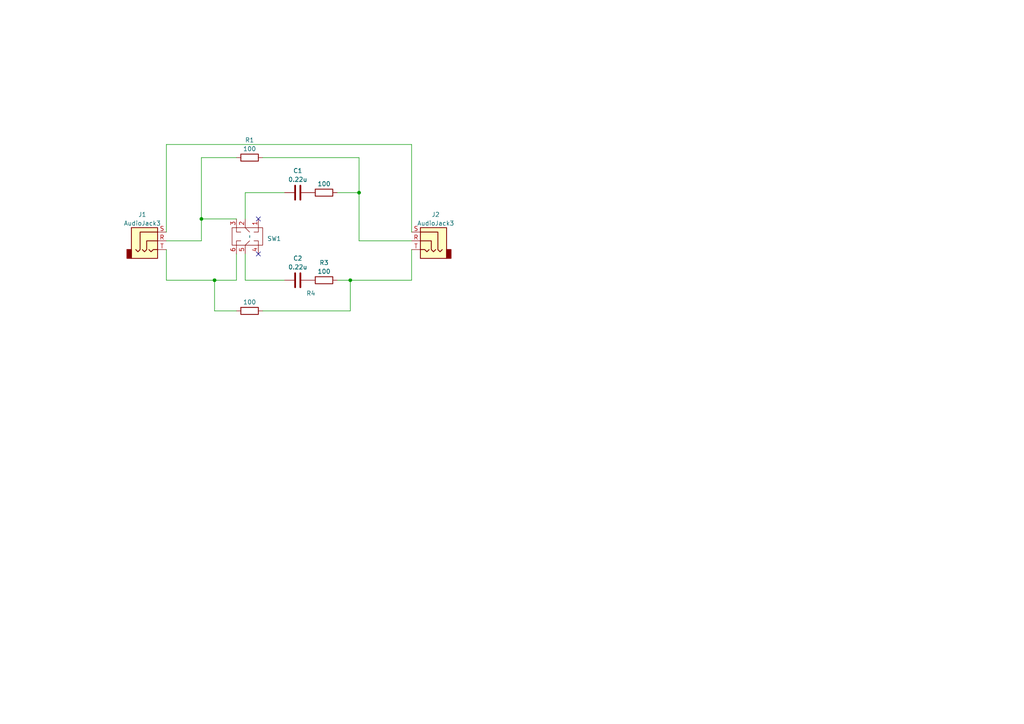
<source format=kicad_sch>
(kicad_sch (version 20230121) (generator eeschema)

  (uuid 158a1466-f2d9-4f54-a98f-fa22485fc04b)

  (paper "A4")

  (lib_symbols
    (symbol "Connector_Audio:AudioJack3" (in_bom yes) (on_board yes)
      (property "Reference" "J" (at 0 8.89 0)
        (effects (font (size 1.27 1.27)))
      )
      (property "Value" "AudioJack3" (at 0 6.35 0)
        (effects (font (size 1.27 1.27)))
      )
      (property "Footprint" "" (at 0 0 0)
        (effects (font (size 1.27 1.27)) hide)
      )
      (property "Datasheet" "~" (at 0 0 0)
        (effects (font (size 1.27 1.27)) hide)
      )
      (property "ki_keywords" "audio jack receptacle stereo headphones phones TRS connector" (at 0 0 0)
        (effects (font (size 1.27 1.27)) hide)
      )
      (property "ki_description" "Audio Jack, 3 Poles (Stereo / TRS)" (at 0 0 0)
        (effects (font (size 1.27 1.27)) hide)
      )
      (property "ki_fp_filters" "Jack*" (at 0 0 0)
        (effects (font (size 1.27 1.27)) hide)
      )
      (symbol "AudioJack3_0_1"
        (rectangle (start -5.08 -5.08) (end -6.35 -2.54)
          (stroke (width 0.254) (type default))
          (fill (type outline))
        )
        (polyline
          (pts
            (xy 0 -2.54)
            (xy 0.635 -3.175)
            (xy 1.27 -2.54)
            (xy 2.54 -2.54)
          )
          (stroke (width 0.254) (type default))
          (fill (type none))
        )
        (polyline
          (pts
            (xy -1.905 -2.54)
            (xy -1.27 -3.175)
            (xy -0.635 -2.54)
            (xy -0.635 0)
            (xy 2.54 0)
          )
          (stroke (width 0.254) (type default))
          (fill (type none))
        )
        (polyline
          (pts
            (xy 2.54 2.54)
            (xy -2.54 2.54)
            (xy -2.54 -2.54)
            (xy -3.175 -3.175)
            (xy -3.81 -2.54)
          )
          (stroke (width 0.254) (type default))
          (fill (type none))
        )
        (rectangle (start 2.54 3.81) (end -5.08 -5.08)
          (stroke (width 0.254) (type default))
          (fill (type background))
        )
      )
      (symbol "AudioJack3_1_1"
        (pin passive line (at 5.08 0 180) (length 2.54)
          (name "~" (effects (font (size 1.27 1.27))))
          (number "R" (effects (font (size 1.27 1.27))))
        )
        (pin passive line (at 5.08 2.54 180) (length 2.54)
          (name "~" (effects (font (size 1.27 1.27))))
          (number "S" (effects (font (size 1.27 1.27))))
        )
        (pin passive line (at 5.08 -2.54 180) (length 2.54)
          (name "~" (effects (font (size 1.27 1.27))))
          (number "T" (effects (font (size 1.27 1.27))))
        )
      )
    )
    (symbol "Device:C" (pin_numbers hide) (pin_names (offset 0.254)) (in_bom yes) (on_board yes)
      (property "Reference" "C" (at 0.635 2.54 0)
        (effects (font (size 1.27 1.27)) (justify left))
      )
      (property "Value" "C" (at 0.635 -2.54 0)
        (effects (font (size 1.27 1.27)) (justify left))
      )
      (property "Footprint" "" (at 0.9652 -3.81 0)
        (effects (font (size 1.27 1.27)) hide)
      )
      (property "Datasheet" "~" (at 0 0 0)
        (effects (font (size 1.27 1.27)) hide)
      )
      (property "ki_keywords" "cap capacitor" (at 0 0 0)
        (effects (font (size 1.27 1.27)) hide)
      )
      (property "ki_description" "Unpolarized capacitor" (at 0 0 0)
        (effects (font (size 1.27 1.27)) hide)
      )
      (property "ki_fp_filters" "C_*" (at 0 0 0)
        (effects (font (size 1.27 1.27)) hide)
      )
      (symbol "C_0_1"
        (polyline
          (pts
            (xy -2.032 -0.762)
            (xy 2.032 -0.762)
          )
          (stroke (width 0.508) (type default))
          (fill (type none))
        )
        (polyline
          (pts
            (xy -2.032 0.762)
            (xy 2.032 0.762)
          )
          (stroke (width 0.508) (type default))
          (fill (type none))
        )
      )
      (symbol "C_1_1"
        (pin passive line (at 0 3.81 270) (length 2.794)
          (name "~" (effects (font (size 1.27 1.27))))
          (number "1" (effects (font (size 1.27 1.27))))
        )
        (pin passive line (at 0 -3.81 90) (length 2.794)
          (name "~" (effects (font (size 1.27 1.27))))
          (number "2" (effects (font (size 1.27 1.27))))
        )
      )
    )
    (symbol "Device:R" (pin_numbers hide) (pin_names (offset 0)) (in_bom yes) (on_board yes)
      (property "Reference" "R" (at 2.032 0 90)
        (effects (font (size 1.27 1.27)))
      )
      (property "Value" "R" (at 0 0 90)
        (effects (font (size 1.27 1.27)))
      )
      (property "Footprint" "" (at -1.778 0 90)
        (effects (font (size 1.27 1.27)) hide)
      )
      (property "Datasheet" "~" (at 0 0 0)
        (effects (font (size 1.27 1.27)) hide)
      )
      (property "ki_keywords" "R res resistor" (at 0 0 0)
        (effects (font (size 1.27 1.27)) hide)
      )
      (property "ki_description" "Resistor" (at 0 0 0)
        (effects (font (size 1.27 1.27)) hide)
      )
      (property "ki_fp_filters" "R_*" (at 0 0 0)
        (effects (font (size 1.27 1.27)) hide)
      )
      (symbol "R_0_1"
        (rectangle (start -1.016 -2.54) (end 1.016 2.54)
          (stroke (width 0.254) (type default))
          (fill (type none))
        )
      )
      (symbol "R_1_1"
        (pin passive line (at 0 3.81 270) (length 1.27)
          (name "~" (effects (font (size 1.27 1.27))))
          (number "1" (effects (font (size 1.27 1.27))))
        )
        (pin passive line (at 0 -3.81 90) (length 1.27)
          (name "~" (effects (font (size 1.27 1.27))))
          (number "2" (effects (font (size 1.27 1.27))))
        )
      )
    )
    (symbol "maylib:CMSD2202TB" (in_bom yes) (on_board yes)
      (property "Reference" "SW" (at 0 6.35 0)
        (effects (font (size 1.27 1.27)))
      )
      (property "Value" "" (at 0 0 0)
        (effects (font (size 1.27 1.27)))
      )
      (property "Footprint" "" (at 0 0 0)
        (effects (font (size 1.27 1.27)) hide)
      )
      (property "Datasheet" "" (at 0 0 0)
        (effects (font (size 1.27 1.27)) hide)
      )
      (symbol "CMSD2202TB_0_1"
        (rectangle (start -2.54 3.81) (end 2.54 -5.08)
          (stroke (width 0) (type default))
          (fill (type none))
        )
        (polyline
          (pts
            (xy -2.54 -1.27)
            (xy -1.27 0)
          )
          (stroke (width 0) (type default))
          (fill (type none))
        )
        (polyline
          (pts
            (xy 2.54 -1.27)
            (xy 1.27 0)
          )
          (stroke (width 0) (type default))
          (fill (type none))
        )
        (polyline
          (pts
            (xy -2.54 -3.81)
            (xy -1.27 -3.81)
            (xy -1.27 -2.54)
          )
          (stroke (width 0) (type default))
          (fill (type none))
        )
        (polyline
          (pts
            (xy -2.54 2.54)
            (xy -1.27 2.54)
            (xy -1.27 1.27)
          )
          (stroke (width 0) (type default))
          (fill (type none))
        )
        (polyline
          (pts
            (xy 2.54 -3.81)
            (xy 1.27 -3.81)
            (xy 1.27 -2.54)
          )
          (stroke (width 0) (type default))
          (fill (type none))
        )
        (polyline
          (pts
            (xy 2.54 2.54)
            (xy 1.27 2.54)
            (xy 1.27 1.27)
          )
          (stroke (width 0) (type default))
          (fill (type none))
        )
      )
      (symbol "CMSD2202TB_1_1"
        (pin input line (at -5.08 2.54 0) (length 2.54)
          (name "" (effects (font (size 1.27 1.27))))
          (number "1" (effects (font (size 1.27 1.27))))
        )
        (pin input line (at -5.08 -1.27 0) (length 2.54)
          (name "" (effects (font (size 1.27 1.27))))
          (number "2" (effects (font (size 1.27 1.27))))
        )
        (pin input line (at -5.08 -3.81 0) (length 2.54)
          (name "" (effects (font (size 1.27 1.27))))
          (number "3" (effects (font (size 1.27 1.27))))
        )
        (pin input line (at 5.08 2.54 180) (length 2.54)
          (name "" (effects (font (size 1.27 1.27))))
          (number "4" (effects (font (size 1.27 1.27))))
        )
        (pin input line (at 5.08 -1.27 180) (length 2.54)
          (name "" (effects (font (size 1.27 1.27))))
          (number "5" (effects (font (size 1.27 1.27))))
        )
        (pin input line (at 5.08 -3.81 180) (length 2.54)
          (name "" (effects (font (size 1.27 1.27))))
          (number "6" (effects (font (size 1.27 1.27))))
        )
      )
    )
  )

  (junction (at 62.23 81.28) (diameter 0) (color 0 0 0 0)
    (uuid 2600767f-1966-4581-9046-c985e9a821af)
  )
  (junction (at 58.42 63.5) (diameter 0) (color 0 0 0 0)
    (uuid 7dc3fcd3-ccfd-45b2-8a24-f33c495ff388)
  )
  (junction (at 101.6 81.28) (diameter 0) (color 0 0 0 0)
    (uuid 90d9144c-c862-481d-a501-977eeb0a24fb)
  )
  (junction (at 104.14 55.88) (diameter 0) (color 0 0 0 0)
    (uuid 999ac18a-52dc-4292-857e-0632c963a788)
  )

  (no_connect (at 74.93 73.66) (uuid 6c773e17-56e2-4527-90c6-267799eae2c9))
  (no_connect (at 74.93 63.5) (uuid 86f7ce24-c8f6-4c0c-9232-c1045bbf2e72))

  (wire (pts (xy 48.26 69.85) (xy 58.42 69.85))
    (stroke (width 0) (type default))
    (uuid 0dfe29ae-7da9-4448-8692-4ffc56604676)
  )
  (wire (pts (xy 48.26 67.31) (xy 48.26 41.91))
    (stroke (width 0) (type default))
    (uuid 1a8dc917-6739-4529-9f91-1970e792c16f)
  )
  (wire (pts (xy 104.14 45.72) (xy 104.14 55.88))
    (stroke (width 0) (type default))
    (uuid 231c8ba1-8e9f-47c0-9aa0-42f65eed5f48)
  )
  (wire (pts (xy 58.42 63.5) (xy 58.42 69.85))
    (stroke (width 0) (type default))
    (uuid 23888e54-6590-4650-9de8-524ac4978256)
  )
  (wire (pts (xy 71.12 55.88) (xy 71.12 63.5))
    (stroke (width 0) (type default))
    (uuid 301465d6-2956-480d-98ba-9c29080aa778)
  )
  (wire (pts (xy 82.55 55.88) (xy 71.12 55.88))
    (stroke (width 0) (type default))
    (uuid 32093484-4bef-4b55-a68a-0df650469c11)
  )
  (wire (pts (xy 101.6 81.28) (xy 101.6 90.17))
    (stroke (width 0) (type default))
    (uuid 32f8abc5-b84b-4c95-943b-7de602bbf22b)
  )
  (wire (pts (xy 97.79 55.88) (xy 104.14 55.88))
    (stroke (width 0) (type default))
    (uuid 34138236-8138-43dd-9425-97dd7352f8f7)
  )
  (wire (pts (xy 58.42 45.72) (xy 58.42 63.5))
    (stroke (width 0) (type default))
    (uuid 4860e64b-5573-4f0a-bfe6-5245a72b6c3f)
  )
  (wire (pts (xy 48.26 72.39) (xy 48.26 81.28))
    (stroke (width 0) (type default))
    (uuid 4a3714a8-f7c0-4ba2-a322-675b7dfbe146)
  )
  (wire (pts (xy 68.58 90.17) (xy 62.23 90.17))
    (stroke (width 0) (type default))
    (uuid 515fc92e-b33f-4257-aa62-88cbde672312)
  )
  (wire (pts (xy 101.6 81.28) (xy 119.38 81.28))
    (stroke (width 0) (type default))
    (uuid 57ec4502-7549-4639-9a34-f1d0c9065534)
  )
  (wire (pts (xy 68.58 63.5) (xy 58.42 63.5))
    (stroke (width 0) (type default))
    (uuid 5e9a3cc4-80eb-4f8e-9090-a792d95a4924)
  )
  (wire (pts (xy 119.38 41.91) (xy 119.38 67.31))
    (stroke (width 0) (type default))
    (uuid 608fabad-aea2-41af-8d66-30eed6137f6e)
  )
  (wire (pts (xy 62.23 90.17) (xy 62.23 81.28))
    (stroke (width 0) (type default))
    (uuid 670eb524-e47a-483b-9619-45327ef339a1)
  )
  (wire (pts (xy 76.2 90.17) (xy 101.6 90.17))
    (stroke (width 0) (type default))
    (uuid 81c3b840-7906-4708-bc35-d35571bb2f63)
  )
  (wire (pts (xy 104.14 69.85) (xy 119.38 69.85))
    (stroke (width 0) (type default))
    (uuid 943f571a-fa47-4386-b79c-89454b58b049)
  )
  (wire (pts (xy 71.12 73.66) (xy 71.12 81.28))
    (stroke (width 0) (type default))
    (uuid 9bb6d284-3421-4844-8585-c6f9618547d7)
  )
  (wire (pts (xy 97.79 81.28) (xy 101.6 81.28))
    (stroke (width 0) (type default))
    (uuid 9e5238c6-cde3-4d0c-a0f8-9576d12eb107)
  )
  (wire (pts (xy 68.58 81.28) (xy 62.23 81.28))
    (stroke (width 0) (type default))
    (uuid 9ffdead9-b20d-473a-9380-3a0e2be7226a)
  )
  (wire (pts (xy 76.2 45.72) (xy 104.14 45.72))
    (stroke (width 0) (type default))
    (uuid b3fcea21-0085-4406-9ec3-ba9e08ffc86b)
  )
  (wire (pts (xy 48.26 41.91) (xy 119.38 41.91))
    (stroke (width 0) (type default))
    (uuid ba6eeb18-49fa-4fa1-bdb4-1e1abfa0221c)
  )
  (wire (pts (xy 68.58 73.66) (xy 68.58 81.28))
    (stroke (width 0) (type default))
    (uuid dd40d765-73df-4c20-b78b-14775b6b5991)
  )
  (wire (pts (xy 48.26 81.28) (xy 62.23 81.28))
    (stroke (width 0) (type default))
    (uuid e4165f33-6b87-47ea-b5e6-d1df964cfa00)
  )
  (wire (pts (xy 71.12 81.28) (xy 82.55 81.28))
    (stroke (width 0) (type default))
    (uuid e5eaa1dc-7c13-44e6-9d47-df66e095a131)
  )
  (wire (pts (xy 58.42 45.72) (xy 68.58 45.72))
    (stroke (width 0) (type default))
    (uuid e947ef84-e721-4d4a-965b-f0fa072495c3)
  )
  (wire (pts (xy 119.38 81.28) (xy 119.38 72.39))
    (stroke (width 0) (type default))
    (uuid f1dabd78-07d7-4e11-a373-3fb5460d2f0b)
  )
  (wire (pts (xy 104.14 55.88) (xy 104.14 69.85))
    (stroke (width 0) (type default))
    (uuid feb0bccd-2922-4ac1-896b-0e97bf9a1833)
  )

  (symbol (lib_id "Device:R") (at 72.39 45.72 90) (unit 1)
    (in_bom yes) (on_board yes) (dnp no)
    (uuid 0f6a4684-666b-4e3b-ad25-011892c4736b)
    (property "Reference" "R1" (at 72.39 40.64 90)
      (effects (font (size 1.27 1.27)))
    )
    (property "Value" "100" (at 72.39 43.18 90)
      (effects (font (size 1.27 1.27)))
    )
    (property "Footprint" "Resistor_SMD:R_0603_1608Metric_Pad0.98x0.95mm_HandSolder" (at 72.39 47.498 90)
      (effects (font (size 1.27 1.27)) hide)
    )
    (property "Datasheet" "~" (at 72.39 45.72 0)
      (effects (font (size 1.27 1.27)) hide)
    )
    (pin "1" (uuid 7bb725c0-66a0-4ba2-ba54-82ea4f51d73b))
    (pin "2" (uuid 3e578a22-4089-4a30-a449-6b6dda5b7f88))
    (instances
      (project "erforasmr_2L"
        (path "/158a1466-f2d9-4f54-a98f-fa22485fc04b"
          (reference "R1") (unit 1)
        )
      )
    )
  )

  (symbol (lib_id "Device:R") (at 72.39 90.17 90) (unit 1)
    (in_bom yes) (on_board yes) (dnp no)
    (uuid 414d2fa9-249a-461f-b241-82f7be91a632)
    (property "Reference" "R4" (at 90.17 85.09 90)
      (effects (font (size 1.27 1.27)))
    )
    (property "Value" "100" (at 72.39 87.63 90)
      (effects (font (size 1.27 1.27)))
    )
    (property "Footprint" "Resistor_SMD:R_0603_1608Metric_Pad0.98x0.95mm_HandSolder" (at 72.39 91.948 90)
      (effects (font (size 1.27 1.27)) hide)
    )
    (property "Datasheet" "~" (at 72.39 90.17 0)
      (effects (font (size 1.27 1.27)) hide)
    )
    (pin "1" (uuid f1b26263-e259-420f-8c84-4935e2c4ea3f))
    (pin "2" (uuid 4c537ca2-dd70-4f77-a3f2-e61418c8d976))
    (instances
      (project "erforasmr_2L"
        (path "/158a1466-f2d9-4f54-a98f-fa22485fc04b"
          (reference "R4") (unit 1)
        )
      )
    )
  )

  (symbol (lib_id "maylib:CMSD2202TB") (at 72.39 68.58 270) (unit 1)
    (in_bom yes) (on_board yes) (dnp no) (fields_autoplaced)
    (uuid 84209d24-16ea-401f-967d-734a8a6f898c)
    (property "Reference" "SW1" (at 77.47 69.215 90)
      (effects (font (size 1.27 1.27)) (justify left))
    )
    (property "Value" "~" (at 72.39 68.58 0)
      (effects (font (size 1.27 1.27)))
    )
    (property "Footprint" "mylib:CMS-2202TB" (at 72.39 68.58 0)
      (effects (font (size 1.27 1.27)) hide)
    )
    (property "Datasheet" "" (at 72.39 68.58 0)
      (effects (font (size 1.27 1.27)) hide)
    )
    (pin "1" (uuid 6a6b84dd-6866-4dec-b5e3-6073e20f04eb))
    (pin "2" (uuid 01e47bf9-7f94-414f-8445-8cf72f624237))
    (pin "3" (uuid 9a42cc50-912e-4ca7-9f16-f867923af55d))
    (pin "4" (uuid dc2c7f09-1dd0-4020-8aba-341ac957aac3))
    (pin "5" (uuid 293cd34a-9d9b-47e5-bdb0-5c724d5221bf))
    (pin "6" (uuid 1a4d096b-b13b-4228-9826-f9fa2f35b60b))
    (instances
      (project "erforasmr_2L"
        (path "/158a1466-f2d9-4f54-a98f-fa22485fc04b"
          (reference "SW1") (unit 1)
        )
      )
    )
  )

  (symbol (lib_id "Connector_Audio:AudioJack3") (at 43.18 69.85 0) (unit 1)
    (in_bom yes) (on_board yes) (dnp no) (fields_autoplaced)
    (uuid 8604cc9d-cb98-4ae7-8987-3c014554c95a)
    (property "Reference" "J1" (at 41.275 62.23 0)
      (effects (font (size 1.27 1.27)))
    )
    (property "Value" "AudioJack3" (at 41.275 64.77 0)
      (effects (font (size 1.27 1.27)))
    )
    (property "Footprint" "Connector_Audio:Jack_3.5mm_Switronic_ST-005-G_horizontal" (at 43.18 69.85 0)
      (effects (font (size 1.27 1.27)) hide)
    )
    (property "Datasheet" "~" (at 43.18 69.85 0)
      (effects (font (size 1.27 1.27)) hide)
    )
    (pin "R" (uuid 5b8b5c96-ae04-4f9f-8754-0329370a621a))
    (pin "S" (uuid a143db65-4839-4c1d-aef7-c1892b7e7ced))
    (pin "T" (uuid a5b20cd4-23e1-4608-a1f1-63fd5580ed9b))
    (instances
      (project "erforasmr_2L"
        (path "/158a1466-f2d9-4f54-a98f-fa22485fc04b"
          (reference "J1") (unit 1)
        )
      )
    )
  )

  (symbol (lib_id "Device:C") (at 86.36 81.28 90) (unit 1)
    (in_bom yes) (on_board yes) (dnp no) (fields_autoplaced)
    (uuid 86c81a53-f3e3-4848-baae-861cc2c7c570)
    (property "Reference" "C2" (at 86.36 74.93 90)
      (effects (font (size 1.27 1.27)))
    )
    (property "Value" "0.22u" (at 86.36 77.47 90)
      (effects (font (size 1.27 1.27)))
    )
    (property "Footprint" "Capacitor_SMD:C_0805_2012Metric_Pad1.18x1.45mm_HandSolder" (at 90.17 80.3148 0)
      (effects (font (size 1.27 1.27)) hide)
    )
    (property "Datasheet" "~" (at 86.36 81.28 0)
      (effects (font (size 1.27 1.27)) hide)
    )
    (pin "1" (uuid e845fa92-2c38-4c77-a748-b5b13c72af37))
    (pin "2" (uuid 57eb8b00-2ea9-45fe-8c49-ec2707f9f2e1))
    (instances
      (project "erforasmr_2L"
        (path "/158a1466-f2d9-4f54-a98f-fa22485fc04b"
          (reference "C2") (unit 1)
        )
      )
    )
  )

  (symbol (lib_id "Device:R") (at 93.98 81.28 90) (unit 1)
    (in_bom yes) (on_board yes) (dnp no) (fields_autoplaced)
    (uuid 87515c95-05ec-45e2-b56d-f267fd354ef6)
    (property "Reference" "R3" (at 93.98 76.2 90)
      (effects (font (size 1.27 1.27)))
    )
    (property "Value" "100" (at 93.98 78.74 90)
      (effects (font (size 1.27 1.27)))
    )
    (property "Footprint" "Resistor_SMD:R_0603_1608Metric_Pad0.98x0.95mm_HandSolder" (at 93.98 83.058 90)
      (effects (font (size 1.27 1.27)) hide)
    )
    (property "Datasheet" "~" (at 93.98 81.28 0)
      (effects (font (size 1.27 1.27)) hide)
    )
    (pin "1" (uuid c97c0e3c-0a55-48c5-8c39-5500f67da1d4))
    (pin "2" (uuid 0d52c9f7-ca52-4510-83be-cf357c78ee7a))
    (instances
      (project "erforasmr_2L"
        (path "/158a1466-f2d9-4f54-a98f-fa22485fc04b"
          (reference "R3") (unit 1)
        )
      )
    )
  )

  (symbol (lib_id "Device:C") (at 86.36 55.88 90) (unit 1)
    (in_bom yes) (on_board yes) (dnp no) (fields_autoplaced)
    (uuid b6dffb52-dc31-4807-82e4-2c313b292baa)
    (property "Reference" "C1" (at 86.36 49.53 90)
      (effects (font (size 1.27 1.27)))
    )
    (property "Value" "0.22u" (at 86.36 52.07 90)
      (effects (font (size 1.27 1.27)))
    )
    (property "Footprint" "Capacitor_SMD:C_0805_2012Metric_Pad1.18x1.45mm_HandSolder" (at 90.17 54.9148 0)
      (effects (font (size 1.27 1.27)) hide)
    )
    (property "Datasheet" "~" (at 86.36 55.88 0)
      (effects (font (size 1.27 1.27)) hide)
    )
    (pin "1" (uuid 9f5ccd05-d99a-4254-bfce-75849621ea5d))
    (pin "2" (uuid b4105a35-6915-40f2-a3f5-729bf59e06f0))
    (instances
      (project "erforasmr_2L"
        (path "/158a1466-f2d9-4f54-a98f-fa22485fc04b"
          (reference "C1") (unit 1)
        )
      )
    )
  )

  (symbol (lib_id "Connector_Audio:AudioJack3") (at 124.46 69.85 0) (mirror y) (unit 1)
    (in_bom yes) (on_board yes) (dnp no)
    (uuid d7e25e35-927a-4580-99d5-bab144fbdb15)
    (property "Reference" "J2" (at 126.365 62.23 0)
      (effects (font (size 1.27 1.27)))
    )
    (property "Value" "AudioJack3" (at 126.365 64.77 0)
      (effects (font (size 1.27 1.27)))
    )
    (property "Footprint" "Connector_Audio:Jack_3.5mm_Switronic_ST-005-G_horizontal" (at 124.46 69.85 0)
      (effects (font (size 1.27 1.27)) hide)
    )
    (property "Datasheet" "~" (at 124.46 69.85 0)
      (effects (font (size 1.27 1.27)) hide)
    )
    (pin "R" (uuid f38be079-0695-4fdf-a97e-432998ef0b2d))
    (pin "S" (uuid d5338284-7bf1-45e3-b2fd-966f018da654))
    (pin "T" (uuid 410bcef5-c001-44db-9bb8-4b786b10bd3a))
    (instances
      (project "erforasmr_2L"
        (path "/158a1466-f2d9-4f54-a98f-fa22485fc04b"
          (reference "J2") (unit 1)
        )
      )
    )
  )

  (symbol (lib_id "Device:R") (at 93.98 55.88 90) (unit 1)
    (in_bom yes) (on_board yes) (dnp no) (fields_autoplaced)
    (uuid f4e75719-5ba0-4822-926e-2625544d831a)
    (property "Reference" "R2" (at 93.98 50.8 90)
      (effects (font (size 1.27 1.27)) hide)
    )
    (property "Value" "100" (at 93.98 53.34 90)
      (effects (font (size 1.27 1.27)))
    )
    (property "Footprint" "Resistor_SMD:R_0603_1608Metric_Pad0.98x0.95mm_HandSolder" (at 93.98 57.658 90)
      (effects (font (size 1.27 1.27)) hide)
    )
    (property "Datasheet" "~" (at 93.98 55.88 0)
      (effects (font (size 1.27 1.27)) hide)
    )
    (pin "1" (uuid 6ca2063e-9ffe-4990-9b19-a26cd10ed422))
    (pin "2" (uuid d92b9cf6-9095-4efc-8aa2-ccba094cda31))
    (instances
      (project "erforasmr_2L"
        (path "/158a1466-f2d9-4f54-a98f-fa22485fc04b"
          (reference "R2") (unit 1)
        )
      )
    )
  )

  (sheet_instances
    (path "/" (page "1"))
  )
)

</source>
